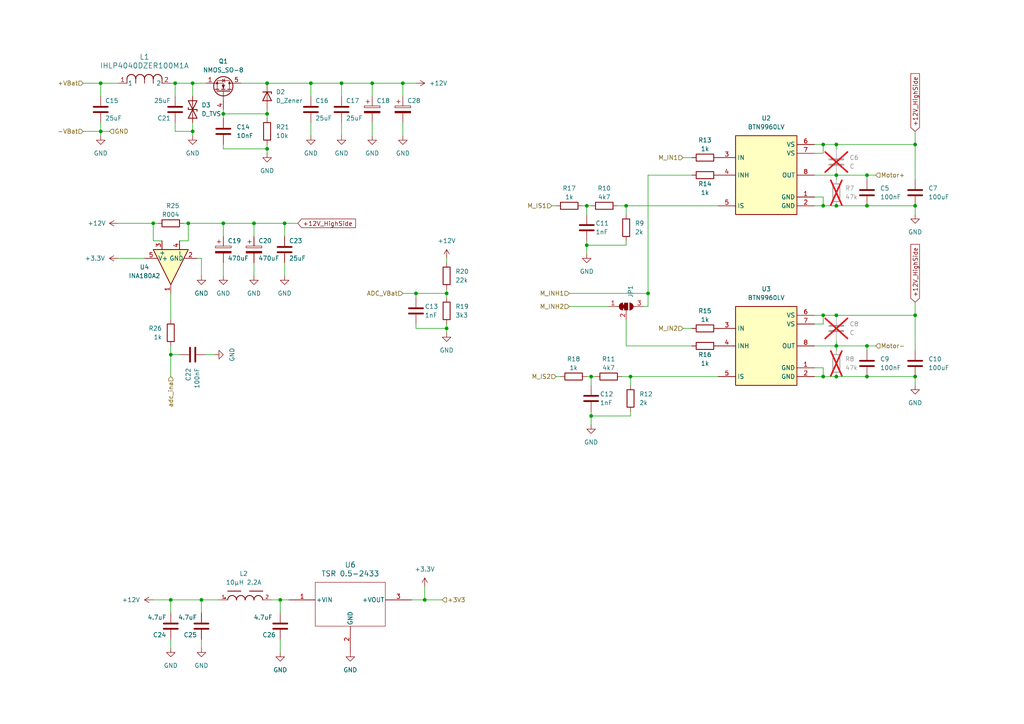
<source format=kicad_sch>
(kicad_sch (version 20230121) (generator eeschema)
  (paper "A4")
  (lib_symbols
    (symbol "Amplifier_Current:INA180A2" (pin_names (offset 0.127))
      (property "Reference" "U" (at 3.81 3.81 0))
      (property "Value" "INA180A2" (at 3.81 -2.54 0))
      (symbol "INA180A2_0_1"
        (polyline (pts (xy 5.08 0) (xy -5.08 5.08) (xy -5.08 -5.08) (xy 5.08 0)) (stroke (width 0.254)) (fill (type background)))
      )
      (symbol "INA180A2_1_1"
        (pin output line (at 7.62 0 180) (length 2.54) (name "~") (number "1"))
        (pin power_in line (at -2.54 -7.62 90) (length 3.81) (name "GND") (number "2"))
        (pin input line (at -7.62 2.54 0) (length 2.54) (name "+") (number "3"))
        (pin input line (at -7.62 -2.54 0) (length 2.54) (name "-") (number "4"))
        (pin power_in line (at -2.54 7.62 270) (length 3.81) (name "V+") (number "5"))
      )
    )
    (symbol "BTN9960LV_1_1"
      (property "Reference" "U?" (at 0 0 0))
      (property "Value" "BTN9960LV" (at 0 -25.4 0))
      (symbol "BTN9960LV_1_1_1_0"
        (rectangle (start 17.78 0) (end 0 -22.86) (stroke (width 0.254)) (fill (type background)))
        (pin power_in line (at 22.86 -17.78 180) (length 5.08) (name "GND") (number "1"))
        (pin power_in line (at 22.86 -20.32 180) (length 5.08) (name "GND") (number "2"))
        (pin input line (at -5.08 -6.35 0) (length 5.08) (name "IN") (number "3"))
        (pin input line (at -5.08 -11.43 0) (length 5.08) (name "INH") (number "4"))
        (pin output line (at -5.08 -20.32 0) (length 5.08) (name "IS") (number "5"))
        (pin power_in line (at 22.86 -2.54 180) (length 5.08) (name "VS") (number "6"))
        (pin power_in line (at 22.86 -5.08 180) (length 5.08) (name "VS") (number "7"))
        (pin output line (at 22.86 -11.43 180) (length 5.08) (name "OUT") (number "8"))
      )
    )
    (symbol "BugWiper_Lib:BTN9960LV_1"
      (property "Reference" "U?" (at 0 0 0))
      (property "Value" "BTN9960LV" (at 0 -25.4 0))
      (symbol "BTN9960LV_1_1_0"
        (rectangle (start 17.78 0) (end 0 -22.86) (stroke (width 0.254)) (fill (type background)))
        (pin power_in line (at 22.86 -17.78 180) (length 5.08) (name "GND") (number "1"))
        (pin power_in line (at 22.86 -20.32 180) (length 5.08) (name "GND") (number "2"))
        (pin input line (at -5.08 -6.35 0) (length 5.08) (name "IN") (number "3"))
        (pin input line (at -5.08 -11.43 0) (length 5.08) (name "INH") (number "4"))
        (pin output line (at -5.08 -20.32 0) (length 5.08) (name "IS") (number "5"))
        (pin power_in line (at 22.86 -2.54 180) (length 5.08) (name "VS") (number "6"))
        (pin power_in line (at 22.86 -5.08 180) (length 5.08) (name "VS") (number "7"))
        (pin output line (at 22.86 -11.43 180) (length 5.08) (name "OUT") (number "8"))
      )
    )
    (symbol "BugWiper_Lib:IHLP4040DZER100M1A" (pin_names (offset 0.254))
      (property "Reference" "L" (at 6.985 5.08 0))
      (property "Value" "IHLP4040DZER100M1A" (at 6.985 -2.54 0))
      (symbol "IHLP4040DZER100M1A_1_1"
        (polyline (pts (xy 2.54 0) (xy 2.54 1.27)) (stroke (width 0.2032)))
        (polyline (pts (xy 5.08 0) (xy 5.08 1.27)) (stroke (width 0.2032)))
        (polyline (pts (xy 7.62 0) (xy 7.62 1.27)) (stroke (width 0.2032)))
        (polyline (pts (xy 10.16 0) (xy 10.16 1.27)) (stroke (width 0.2032)))
        (polyline (pts (xy 12.7 0) (xy 12.7 1.27)) (stroke (width 0.2032)))
        (arc (start 5.08 1.27) (mid 3.81 2.5345) (end 2.54 1.27) (stroke (width 0.254)))
        (arc (start 7.62 1.27) (mid 6.35 2.5345) (end 5.08 1.27) (stroke (width 0.254)))
        (arc (start 10.16 1.27) (mid 8.89 2.5345) (end 7.62 1.27) (stroke (width 0.254)))
        (arc (start 12.7 1.27) (mid 11.43 2.5345) (end 10.16 1.27) (stroke (width 0.254)))
        (pin unspecified line (at 15.24 0 180) (length 2.54) (name "1") (number "1"))
        (pin unspecified line (at 0 0 0) (length 2.54) (name "2") (number "2"))
      )
      (symbol "IHLP4040DZER100M1A_1_2"
        (arc (start -1.27 5.08) (mid -2.5345 3.81) (end -1.27 2.54) (stroke (width 0.254)))
        (arc (start -1.27 7.62) (mid -2.5345 6.35) (end -1.27 5.08) (stroke (width 0.254)))
        (arc (start -1.27 10.16) (mid -2.5345 8.89) (end -1.27 7.62) (stroke (width 0.254)))
        (arc (start -1.27 12.7) (mid -2.5345 11.43) (end -1.27 10.16) (stroke (width 0.254)))
        (polyline (pts (xy 0 2.54) (xy -1.27 2.54)) (stroke (width 0.2032)))
        (polyline (pts (xy 0 5.08) (xy -1.27 5.08)) (stroke (width 0.2032)))
        (polyline (pts (xy 0 7.62) (xy -1.27 7.62)) (stroke (width 0.2032)))
        (polyline (pts (xy 0 10.16) (xy -1.27 10.16)) (stroke (width 0.2032)))
        (polyline (pts (xy 0 12.7) (xy -1.27 12.7)) (stroke (width 0.2032)))
        (pin unspecified line (at 0 15.24 270) (length 2.54) (name "1") (number "1"))
        (pin unspecified line (at 0 0 90) (length 2.54) (name "2") (number "2"))
      )
    )
    (symbol "BugWiper_Lib:NMOS_SO-8" (pin_names (offset 0) hide)
      (property "Reference" "Q" (at 5.08 1.27 0))
      (property "Value" "NMOS_SO-8" (at 5.08 -1.27 0))
      (symbol "NMOS_SO-8_0_1"
        (polyline (pts (xy 0.254 0) (xy -2.54 0)))
        (polyline (pts (xy 0.254 1.905) (xy 0.254 -1.905)) (stroke (width 0.254)))
        (polyline (pts (xy 0.762 -1.27) (xy 0.762 -2.286)) (stroke (width 0.254)))
        (polyline (pts (xy 0.762 0.508) (xy 0.762 -0.508)) (stroke (width 0.254)))
        (polyline (pts (xy 0.762 2.286) (xy 0.762 1.27)) (stroke (width 0.254)))
        (polyline (pts (xy 2.54 2.54) (xy 2.54 1.778)))
        (polyline (pts (xy 2.54 -2.54) (xy 2.54 0) (xy 0.762 0)))
        (polyline (pts (xy 0.762 -1.778) (xy 3.302 -1.778) (xy 3.302 1.778) (xy 0.762 1.778)))
        (polyline (pts (xy 1.016 0) (xy 2.032 0.381) (xy 2.032 -0.381) (xy 1.016 0)) (fill (type outline)))
        (polyline (pts (xy 2.794 0.508) (xy 2.921 0.381) (xy 3.683 0.381) (xy 3.81 0.254)))
        (polyline (pts (xy 3.302 0.381) (xy 2.921 -0.254) (xy 3.683 -0.254) (xy 3.302 0.381)))
        (circle (center 1.651 0) (radius 2.794) (stroke (width 0.254)))
        (circle (center 2.54 -1.778) (radius 0.254) (fill (type outline)))
        (circle (center 2.54 1.778) (radius 0.254) (fill (type outline)))
      )
      (symbol "NMOS_SO-8_1_1"
        (pin passive line (at 2.54 -5.08 90) (length 2.54) (name "S") (number "1"))
        (pin passive line (at 2.54 -5.08 90) (length 2.54) hide (name "S") (number "2"))
        (pin passive line (at 2.54 -5.08 90) (length 2.54) hide (name "S") (number "3"))
        (pin input line (at -5.08 0 0) (length 2.54) (name "G") (number "4"))
        (pin passive line (at 2.54 5.08 270) (length 2.54) (name "D") (number "5"))
      )
    )
    (symbol "BugWiper_Lib:TSR_0.5-2433" (pin_names (offset 0.254))
      (property "Reference" "U" (at 20.32 10.16 0))
      (property "Value" "TSR 0.5-2433" (at 20.32 7.62 0))
      (symbol "TSR_0.5-2433_0_1"
        (polyline (pts (xy 10.16 -7.62) (xy 30.48 -7.62)) (stroke (width 0.127)))
        (polyline (pts (xy 10.16 5.08) (xy 10.16 -7.62)) (stroke (width 0.127)))
        (polyline (pts (xy 30.48 -7.62) (xy 30.48 5.08)) (stroke (width 0.127)))
        (polyline (pts (xy 30.48 5.08) (xy 10.16 5.08)) (stroke (width 0.127)))
        (pin power_in line (at 2.54 0 0) (length 7.62) (name "+VIN") (number "1"))
        (pin power_out line (at 20.32 -15.24 90) (length 7.62) (name "GND") (number "2"))
        (pin power_in line (at 38.1 0 180) (length 7.62) (name "+VOUT") (number "3"))
      )
    )
    (symbol "BugWiper_Lib:WE-PD2_5848" (pin_names (offset 1.016))
      (property "Reference" "L" (at 0 3.81 0))
      (property "Value" "WE-PD2_5848" (at 0 -2.54 0))
      (symbol "WE-PD2_5848_0_0"
        (circle (center -5.842 0.508) (radius 0.127) (stroke (width 0.254)))
        (arc (start -2.54 0) (mid -3.81 1.2645) (end -5.08 0) (stroke (width 0.254)))
        (arc (start 0 0) (mid -1.27 1.2645) (end -2.54 0) (stroke (width 0.254)))
        (polyline (pts (xy -1.27 2.54) (xy -5.08 2.54)) (stroke (width 0.254)))
        (polyline (pts (xy 5.08 2.54) (xy 1.27 2.54)) (stroke (width 0.254)))
        (arc (start 2.54 0) (mid 1.27 1.2645) (end 0 0) (stroke (width 0.254)))
        (arc (start 5.08 0) (mid 3.81 1.2645) (end 2.54 0) (stroke (width 0.254)))
        (pin passive line (at -7.62 0 0) (length 2.54) (name "~") (number "1"))
        (pin passive line (at 7.62 0 180) (length 2.54) (name "~") (number "2"))
      )
    )
    (symbol "Device:C" (pin_numbers hide) (pin_names (offset 0.254))
      (property "Reference" "C" (at 0.635 2.54 0))
      (property "Value" "C" (at 0.635 -2.54 0))
      (symbol "C_0_1"
        (polyline (pts (xy -2.032 -0.762) (xy 2.032 -0.762)) (stroke (width 0.508)))
        (polyline (pts (xy -2.032 0.762) (xy 2.032 0.762)) (stroke (width 0.508)))
      )
      (symbol "C_1_1"
        (pin passive line (at 0 3.81 270) (length 2.794) (name "~") (number "1"))
        (pin passive line (at 0 -3.81 90) (length 2.794) (name "~") (number "2"))
      )
    )
    (symbol "Device:C_Polarized" (pin_numbers hide) (pin_names (offset 0.254))
      (property "Reference" "C" (at 0.635 2.54 0))
      (property "Value" "C_Polarized" (at 0.635 -2.54 0))
      (symbol "C_Polarized_0_1"
        (rectangle (start -2.286 0.508) (end 2.286 1.016))
        (polyline (pts (xy -1.778 2.286) (xy -0.762 2.286)))
        (polyline (pts (xy -1.27 2.794) (xy -1.27 1.778)))
        (rectangle (start 2.286 -0.508) (end -2.286 -1.016) (fill (type outline)))
      )
      (symbol "C_Polarized_1_1"
        (pin passive line (at 0 3.81 270) (length 2.794) (name "~") (number "1"))
        (pin passive line (at 0 -3.81 90) (length 2.794) (name "~") (number "2"))
      )
    )
    (symbol "Device:D_TVS" (pin_numbers hide) (pin_names (offset 1.016) hide)
      (property "Reference" "D" (at 0 2.54 0))
      (property "Value" "D_TVS" (at 0 -2.54 0))
      (symbol "D_TVS_0_1"
        (polyline (pts (xy 1.27 0) (xy -1.27 0)))
        (polyline (pts (xy 0.508 1.27) (xy 0 1.27) (xy 0 -1.27) (xy -0.508 -1.27)) (stroke (width 0.254)))
        (polyline (pts (xy -2.54 1.27) (xy -2.54 -1.27) (xy 2.54 1.27) (xy 2.54 -1.27) (xy -2.54 1.27)) (stroke (width 0.254)))
      )
      (symbol "D_TVS_1_1"
        (pin passive line (at -3.81 0 0) (length 2.54) (name "A1") (number "1"))
        (pin passive line (at 3.81 0 180) (length 2.54) (name "A2") (number "2"))
      )
    )
    (symbol "Device:D_Zener" (pin_numbers hide) (pin_names (offset 1.016) hide)
      (property "Reference" "D" (at 0 2.54 0))
      (property "Value" "D_Zener" (at 0 -2.54 0))
      (symbol "D_Zener_0_1"
        (polyline (pts (xy 1.27 0) (xy -1.27 0)))
        (polyline (pts (xy -1.27 -1.27) (xy -1.27 1.27) (xy -0.762 1.27)) (stroke (width 0.254)))
        (polyline (pts (xy 1.27 -1.27) (xy 1.27 1.27) (xy -1.27 0) (xy 1.27 -1.27)) (stroke (width 0.254)))
      )
      (symbol "D_Zener_1_1"
        (pin passive line (at -3.81 0 0) (length 2.54) (name "K") (number "1"))
        (pin passive line (at 3.81 0 180) (length 2.54) (name "A") (number "2"))
      )
    )
    (symbol "Device:R" (pin_numbers hide) (pin_names (offset 0))
      (property "Reference" "R" (at 2.032 0 90))
      (property "Value" "R" (at 0 0 90))
      (symbol "R_0_1"
        (rectangle (start -1.016 -2.54) (end 1.016 2.54) (stroke (width 0.254)))
      )
      (symbol "R_1_1"
        (pin passive line (at 0 3.81 270) (length 1.27) (name "~") (number "1"))
        (pin passive line (at 0 -3.81 90) (length 1.27) (name "~") (number "2"))
      )
    )
    (symbol "Jumper:SolderJumper_3_Bridged12" (pin_names (offset 0) hide)
      (property "Reference" "JP" (at -2.54 -2.54 0))
      (property "Value" "SolderJumper_3_Bridged12" (at 0 2.794 0))
      (symbol "SolderJumper_3_Bridged12_0_1"
        (rectangle (start -1.016 0.508) (end -0.508 -0.508) (fill (type outline)))
        (arc (start -1.016 1.016) (mid -2.0276 0) (end -1.016 -1.016))
        (arc (start -1.016 1.016) (mid -2.0276 0) (end -1.016 -1.016) (fill (type outline)))
        (rectangle (start -0.508 1.016) (end 0.508 -1.016) (fill (type outline)))
        (polyline (pts (xy -2.54 0) (xy -2.032 0)))
        (polyline (pts (xy -1.016 1.016) (xy -1.016 -1.016)))
        (polyline (pts (xy 0 -1.27) (xy 0 -1.016)))
        (polyline (pts (xy 1.016 1.016) (xy 1.016 -1.016)))
        (polyline (pts (xy 2.54 0) (xy 2.032 0)))
        (arc (start 1.016 -1.016) (mid 2.0276 0) (end 1.016 1.016))
        (arc (start 1.016 -1.016) (mid 2.0276 0) (end 1.016 1.016) (fill (type outline)))
      )
      (symbol "SolderJumper_3_Bridged12_1_1"
        (pin passive line (at -5.08 0 0) (length 2.54) (name "A") (number "1"))
        (pin passive line (at 0 -3.81 90) (length 2.54) (name "C") (number "2"))
        (pin passive line (at 5.08 0 180) (length 2.54) (name "B") (number "3"))
      )
    )
    (symbol "power:+12V" (power) (pin_names (offset 0))
      (property "Value" "+12V" (at 0 3.556 0))
      (symbol "+12V_0_1"
        (polyline (pts (xy -0.762 1.27) (xy 0 2.54)))
        (polyline (pts (xy 0 0) (xy 0 2.54)))
        (polyline (pts (xy 0 2.54) (xy 0.762 1.27)))
      )
      (symbol "+12V_1_1"
        (pin power_in line (at 0 0 90) (length 0) hide (name "+12V") (number "1"))
      )
    )
    (symbol "power:+3.3V" (power) (pin_names (offset 0))
      (property "Value" "+3.3V" (at 0 3.556 0))
      (symbol "+3.3V_0_1"
        (polyline (pts (xy -0.762 1.27) (xy 0 2.54)))
        (polyline (pts (xy 0 0) (xy 0 2.54)))
        (polyline (pts (xy 0 2.54) (xy 0.762 1.27)))
      )
      (symbol "+3.3V_1_1"
        (pin power_in line (at 0 0 90) (length 0) hide (name "+3.3V") (number "1"))
      )
    )
    (symbol "power:GND" (power) (pin_names (offset 0))
      (property "Value" "GND" (at 0 -3.81 0))
      (symbol "GND_0_1"
        (polyline (pts (xy 0 0) (xy 0 -1.27) (xy 1.27 -1.27) (xy 0 -2.54) (xy -1.27 -1.27) (xy 0 -1.27)))
      )
      (symbol "GND_1_1"
        (pin power_in line (at 0 0 270) (length 0) hide (name "GND") (number "1"))
      )
    )
  )
  (junction (at 242.57 50.8))
  (junction (at 64.77 33.02))
  (junction (at 49.53 102.87))
  (junction (at 238.76 59.69))
  (junction (at 129.54 85.09))
  (junction (at 90.17 24.13))
  (junction (at 29.21 24.13))
  (junction (at 251.46 100.33))
  (junction (at 242.57 41.91))
  (junction (at 170.18 59.69))
  (junction (at 251.46 109.22))
  (junction (at 49.53 173.99))
  (junction (at 171.45 120.65))
  (junction (at 58.42 173.99))
  (junction (at 171.45 109.22))
  (junction (at 182.88 109.22))
  (junction (at 242.57 91.44))
  (junction (at 238.76 41.91))
  (junction (at 55.88 24.13))
  (junction (at 265.43 59.69))
  (junction (at 73.66 64.77))
  (junction (at 238.76 91.44))
  (junction (at 29.21 38.1))
  (junction (at 242.57 109.22))
  (junction (at 50.8 24.13))
  (junction (at 265.43 91.44))
  (junction (at 81.28 173.99))
  (junction (at 116.84 24.13))
  (junction (at 251.46 59.69))
  (junction (at 64.77 64.77))
  (junction (at 55.88 38.1))
  (junction (at 187.96 85.09))
  (junction (at 107.95 24.13))
  (junction (at 77.47 33.02))
  (junction (at 99.06 24.13))
  (junction (at 77.47 43.18))
  (junction (at 181.61 59.69))
  (junction (at 265.43 41.91))
  (junction (at 129.54 95.25))
  (junction (at 170.18 71.12))
  (junction (at 251.46 50.8))
  (junction (at 77.47 24.13))
  (junction (at 242.57 100.33))
  (junction (at 242.57 59.69))
  (junction (at 120.65 85.09))
  (junction (at 44.45 64.77))
  (junction (at 54.61 64.77))
  (junction (at 265.43 109.22))
  (junction (at 82.55 64.77))
  (junction (at 123.19 173.99))
  (junction (at 238.76 109.22))
  (wire (pts (xy 73.66 64.77) (xy 82.55 64.77)))
  (wire (pts (xy 44.45 64.77) (xy 45.72 64.77)))
  (wire (pts (xy 44.45 69.85) (xy 46.99 69.85)))
  (wire (pts (xy 181.61 59.69) (xy 208.28 59.69)))
  (wire (pts (xy 50.8 38.1) (xy 55.88 38.1)))
  (wire (pts (xy 123.19 173.99) (xy 128.27 173.99)))
  (wire (pts (xy 59.69 102.87) (xy 62.23 102.87)))
  (wire (pts (xy 81.28 173.99) (xy 81.28 177.8)))
  (wire (pts (xy 242.57 109.22) (xy 251.46 109.22)))
  (wire (pts (xy 236.22 106.68) (xy 238.76 106.68)))
  (wire (pts (xy 29.21 24.13) (xy 29.21 27.94)))
  (wire (pts (xy 58.42 173.99) (xy 49.53 173.99)))
  (wire (pts (xy 64.77 43.18) (xy 77.47 43.18)))
  (wire (pts (xy 242.57 100.33) (xy 251.46 100.33)))
  (wire (pts (xy 64.77 33.02) (xy 64.77 34.29)))
  (wire (pts (xy 107.95 24.13) (xy 116.84 24.13)))
  (wire (pts (xy 236.22 57.15) (xy 238.76 57.15)))
  (wire (pts (xy 265.43 38.1) (xy 265.43 41.91)))
  (wire (pts (xy 161.29 109.22) (xy 162.56 109.22)))
  (wire (pts (xy 34.29 64.77) (xy 44.45 64.77)))
  (wire (pts (xy 49.53 173.99) (xy 49.53 177.8)))
  (wire (pts (xy 82.55 76.2) (xy 82.55 80.01)))
  (wire (pts (xy 165.1 88.9) (xy 176.53 88.9)))
  (wire (pts (xy 82.55 64.77) (xy 86.36 64.77)))
  (wire (pts (xy 29.21 38.1) (xy 29.21 39.37)))
  (wire (pts (xy 119.38 173.99) (xy 123.19 173.99)))
  (wire (pts (xy 64.77 33.02) (xy 77.47 33.02)))
  (wire (pts (xy 181.61 71.12) (xy 170.18 71.12)))
  (wire (pts (xy 181.61 100.33) (xy 200.66 100.33)))
  (wire (pts (xy 73.66 68.58) (xy 73.66 64.77)))
  (wire (pts (xy 251.46 50.8) (xy 254 50.8)))
  (wire (pts (xy 24.13 38.1) (xy 29.21 38.1)))
  (wire (pts (xy 251.46 59.69) (xy 265.43 59.69)))
  (wire (pts (xy 55.88 24.13) (xy 55.88 27.94)))
  (wire (pts (xy 170.18 109.22) (xy 171.45 109.22)))
  (wire (pts (xy 236.22 109.22) (xy 238.76 109.22)))
  (wire (pts (xy 251.46 109.22) (xy 265.43 109.22)))
  (wire (pts (xy 49.53 85.09) (xy 49.53 92.71)))
  (wire (pts (xy 236.22 44.45) (xy 238.76 44.45)))
  (wire (pts (xy 54.61 64.77) (xy 64.77 64.77)))
  (wire (pts (xy 251.46 101.6) (xy 251.46 100.33)))
  (wire (pts (xy 181.61 100.33) (xy 181.61 92.71)))
  (wire (pts (xy 182.88 109.22) (xy 208.28 109.22)))
  (wire (pts (xy 99.06 35.56) (xy 99.06 39.37)))
  (wire (pts (xy 129.54 85.09) (xy 129.54 86.36)))
  (wire (pts (xy 64.77 43.18) (xy 64.77 41.91)))
  (wire (pts (xy 242.57 41.91) (xy 265.43 41.91)))
  (wire (pts (xy 129.54 95.25) (xy 129.54 96.52)))
  (wire (pts (xy 58.42 74.93) (xy 57.15 74.93)))
  (wire (pts (xy 180.34 109.22) (xy 182.88 109.22)))
  (wire (pts (xy 170.18 59.69) (xy 171.45 59.69)))
  (wire (pts (xy 242.57 43.18) (xy 242.57 41.91)))
  (wire (pts (xy 242.57 100.33) (xy 242.57 101.6)))
  (wire (pts (xy 170.18 69.85) (xy 170.18 71.12)))
  (wire (pts (xy 78.74 173.99) (xy 81.28 173.99)))
  (wire (pts (xy 236.22 59.69) (xy 238.76 59.69)))
  (wire (pts (xy 77.47 41.91) (xy 77.47 43.18)))
  (wire (pts (xy 251.46 50.8) (xy 251.46 52.07)))
  (wire (pts (xy 116.84 24.13) (xy 116.84 27.94)))
  (wire (pts (xy 170.18 62.23) (xy 170.18 59.69)))
  (wire (pts (xy 242.57 91.44) (xy 238.76 91.44)))
  (wire (pts (xy 198.12 45.72) (xy 200.66 45.72)))
  (wire (pts (xy 55.88 38.1) (xy 55.88 39.37)))
  (wire (pts (xy 64.77 68.58) (xy 64.77 64.77)))
  (wire (pts (xy 182.88 120.65) (xy 171.45 120.65)))
  (wire (pts (xy 77.47 24.13) (xy 90.17 24.13)))
  (wire (pts (xy 82.55 64.77) (xy 82.55 68.58)))
  (wire (pts (xy 107.95 27.94) (xy 107.95 24.13)))
  (wire (pts (xy 242.57 99.06) (xy 242.57 100.33)))
  (wire (pts (xy 81.28 185.42) (xy 81.28 189.23)))
  (wire (pts (xy 53.34 64.77) (xy 54.61 64.77)))
  (wire (pts (xy 238.76 91.44) (xy 236.22 91.44)))
  (wire (pts (xy 129.54 85.09) (xy 120.65 85.09)))
  (wire (pts (xy 49.53 102.87) (xy 49.53 109.22)))
  (wire (pts (xy 187.96 50.8) (xy 200.66 50.8)))
  (wire (pts (xy 251.46 100.33) (xy 254 100.33)))
  (wire (pts (xy 171.45 111.76) (xy 171.45 109.22)))
  (wire (pts (xy 99.06 24.13) (xy 99.06 27.94)))
  (wire (pts (xy 52.07 102.87) (xy 49.53 102.87)))
  (wire (pts (xy 238.76 93.98) (xy 238.76 91.44)))
  (wire (pts (xy 265.43 101.6) (xy 265.43 91.44)))
  (wire (pts (xy 90.17 35.56) (xy 90.17 39.37)))
  (wire (pts (xy 265.43 41.91) (xy 265.43 52.07)))
  (wire (pts (xy 63.5 173.99) (xy 58.42 173.99)))
  (wire (pts (xy 198.12 95.25) (xy 200.66 95.25)))
  (wire (pts (xy 171.45 109.22) (xy 172.72 109.22)))
  (wire (pts (xy 265.43 109.22) (xy 265.43 111.76)))
  (wire (pts (xy 73.66 76.2) (xy 73.66 80.01)))
  (wire (pts (xy 236.22 100.33) (xy 242.57 100.33)))
  (wire (pts (xy 179.07 59.69) (xy 181.61 59.69)))
  (wire (pts (xy 50.8 24.13) (xy 49.53 24.13)))
  (wire (pts (xy 129.54 74.93) (xy 129.54 76.2)))
  (wire (pts (xy 50.8 35.56) (xy 50.8 38.1)))
  (wire (pts (xy 34.29 74.93) (xy 41.91 74.93)))
  (wire (pts (xy 29.21 24.13) (xy 34.29 24.13)))
  (wire (pts (xy 116.84 24.13) (xy 120.65 24.13)))
  (wire (pts (xy 49.53 185.42) (xy 49.53 187.96)))
  (wire (pts (xy 182.88 111.76) (xy 182.88 109.22)))
  (wire (pts (xy 238.76 106.68) (xy 238.76 109.22)))
  (wire (pts (xy 58.42 173.99) (xy 58.42 177.8)))
  (wire (pts (xy 55.88 24.13) (xy 59.69 24.13)))
  (wire (pts (xy 24.13 24.13) (xy 29.21 24.13)))
  (wire (pts (xy 50.8 24.13) (xy 55.88 24.13)))
  (wire (pts (xy 171.45 119.38) (xy 171.45 120.65)))
  (wire (pts (xy 129.54 93.98) (xy 129.54 95.25)))
  (wire (pts (xy 242.57 41.91) (xy 238.76 41.91)))
  (wire (pts (xy 52.07 69.85) (xy 54.61 69.85)))
  (wire (pts (xy 170.18 71.12) (xy 170.18 73.66)))
  (wire (pts (xy 265.43 59.69) (xy 265.43 62.23)))
  (wire (pts (xy 90.17 24.13) (xy 90.17 27.94)))
  (wire (pts (xy 64.77 64.77) (xy 73.66 64.77)))
  (wire (pts (xy 69.85 24.13) (xy 77.47 24.13)))
  (wire (pts (xy 129.54 83.82) (xy 129.54 85.09)))
  (wire (pts (xy 236.22 50.8) (xy 242.57 50.8)))
  (wire (pts (xy 242.57 50.8) (xy 242.57 52.07)))
  (wire (pts (xy 182.88 119.38) (xy 182.88 120.65)))
  (wire (pts (xy 58.42 185.42) (xy 58.42 187.96)))
  (wire (pts (xy 120.65 93.98) (xy 120.65 95.25)))
  (wire (pts (xy 242.57 91.44) (xy 265.43 91.44)))
  (wire (pts (xy 242.57 50.8) (xy 251.46 50.8)))
  (wire (pts (xy 55.88 35.56) (xy 55.88 38.1)))
  (wire (pts (xy 29.21 35.56) (xy 29.21 38.1)))
  (wire (pts (xy 120.65 95.25) (xy 129.54 95.25)))
  (wire (pts (xy 238.76 41.91) (xy 236.22 41.91)))
  (wire (pts (xy 187.96 85.09) (xy 187.96 88.9)))
  (wire (pts (xy 49.53 102.87) (xy 49.53 100.33)))
  (wire (pts (xy 77.47 44.45) (xy 77.47 43.18)))
  (wire (pts (xy 171.45 120.65) (xy 171.45 123.19)))
  (wire (pts (xy 58.42 80.01) (xy 58.42 74.93)))
  (wire (pts (xy 238.76 109.22) (xy 242.57 109.22)))
  (wire (pts (xy 44.45 173.99) (xy 49.53 173.99)))
  (wire (pts (xy 265.43 87.63) (xy 265.43 91.44)))
  (wire (pts (xy 187.96 88.9) (xy 186.69 88.9)))
  (wire (pts (xy 238.76 57.15) (xy 238.76 59.69)))
  (wire (pts (xy 181.61 62.23) (xy 181.61 59.69)))
  (wire (pts (xy 123.19 170.18) (xy 123.19 173.99)))
  (wire (pts (xy 242.57 59.69) (xy 251.46 59.69)))
  (wire (pts (xy 181.61 69.85) (xy 181.61 71.12)))
  (wire (pts (xy 238.76 59.69) (xy 242.57 59.69)))
  (wire (pts (xy 238.76 41.91) (xy 238.76 44.45)))
  (wire (pts (xy 44.45 69.85) (xy 44.45 64.77)))
  (wire (pts (xy 81.28 173.99) (xy 83.82 173.99)))
  (wire (pts (xy 99.06 24.13) (xy 107.95 24.13)))
  (wire (pts (xy 50.8 24.13) (xy 50.8 27.94)))
  (wire (pts (xy 64.77 31.75) (xy 64.77 33.02)))
  (wire (pts (xy 160.02 59.69) (xy 161.29 59.69)))
  (wire (pts (xy 107.95 35.56) (xy 107.95 39.37)))
  (wire (pts (xy 54.61 69.85) (xy 54.61 64.77)))
  (wire (pts (xy 116.84 85.09) (xy 120.65 85.09)))
  (wire (pts (xy 77.47 33.02) (xy 77.47 34.29)))
  (wire (pts (xy 29.21 38.1) (xy 31.75 38.1)))
  (wire (pts (xy 187.96 50.8) (xy 187.96 85.09)))
  (wire (pts (xy 165.1 85.09) (xy 187.96 85.09)))
  (wire (pts (xy 90.17 24.13) (xy 99.06 24.13)))
  (wire (pts (xy 64.77 76.2) (xy 64.77 80.01)))
  (wire (pts (xy 168.91 59.69) (xy 170.18 59.69)))
  (wire (pts (xy 116.84 35.56) (xy 116.84 39.37)))
  (wire (pts (xy 120.65 85.09) (xy 120.65 86.36)))
  (wire (pts (xy 236.22 93.98) (xy 238.76 93.98)))
  (wire (pts (xy 77.47 31.75) (xy 77.47 33.02)))
  (global_label "+12V_HighSide" (shape input) (at 265.43 87.63 90) (property "Intersheetrefs" "${INTERSHEET_REFS}" (effects hide)))
  (global_label "+12V_HighSide" (shape input) (at 86.36 64.77 0) (property "Intersheetrefs" "${INTERSHEET_REFS}" (effects hide)))
  (global_label "+12V_HighSide" (shape input) (at 265.43 38.1 90) (property "Intersheetrefs" "${INTERSHEET_REFS}" (effects hide)))
  (hierarchical_label "M_INH2" (shape input) (at 165.1 88.9 180))
  (hierarchical_label "adc_ina" (shape input) (at 49.53 109.22 270))
  (hierarchical_label "ADC_VBat" (shape input) (at 116.84 85.09 180))
  (hierarchical_label "M_INH1" (shape input) (at 165.1 85.09 180))
  (hierarchical_label "GND" (shape input) (at 31.75 38.1 0))
  (hierarchical_label "M_IS1" (shape input) (at 160.02 59.69 180))
  (hierarchical_label "M_IN1" (shape input) (at 198.12 45.72 180))
  (hierarchical_label "Motor+" (shape input) (at 254 50.8 0))
  (hierarchical_label "Motor-" (shape input) (at 254 100.33 0))
  (hierarchical_label "+VBat" (shape input) (at 24.13 24.13 180))
  (hierarchical_label "+3V3" (shape input) (at 128.27 173.99 0))
  (hierarchical_label "M_IN2" (shape input) (at 198.12 95.25 180))
  (hierarchical_label "M_IS2" (shape input) (at 161.29 109.22 180))
  (hierarchical_label "-VBat" (shape input) (at 24.13 38.1 180))
  (symbol (lib_id "Device:R") (at 175.26 59.69 90) (unit 1)
    (property "Reference" "R10" (at 175.26 54.61 90))
    (property "Value" "4k7" (at 175.26 57.15 90))
    (property "Footprint" "Resistor_SMD:R_0603_1608Metric" (effects hide))
  )
  (symbol (lib_id "Device:R") (at 129.54 80.01 0) (unit 1)
    (property "Reference" "R20" (at 132.08 78.74 0) (effects (justify left)))
    (property "Value" "22k" (at 132.08 81.28 0) (effects (justify left)))
    (property "Footprint" "Resistor_SMD:R_0603_1608Metric" (effects hide))
  )
  (symbol (lib_id "Device:C") (at 90.17 31.75 0) (unit 1)
    (property "Reference" "C16" (at 91.44 29.21 0) (effects (justify left)))
    (property "Value" "25uF" (at 91.44 34.29 0) (effects (justify left)))
    (property "Footprint" "Capacitor_SMD:C_1210_3225Metric" (effects hide))
  )
  (symbol (lib_id "Device:C") (at 58.42 181.61 180) (unit 1)
    (property "Reference" "C25" (at 57.15 184.15 0) (effects (justify left)))
    (property "Value" "4.7uF" (at 57.15 179.07 0) (effects (justify left)))
    (property "Footprint" "Capacitor_SMD:C_1206_3216Metric" (effects hide))
  )
  (symbol (lib_id "Device:C") (at 170.18 66.04 0) (unit 1)
    (property "Reference" "C11" (at 172.72 64.77 0) (effects (justify left)))
    (property "Value" "1nF" (at 172.72 67.31 0) (effects (justify left)))
    (property "Footprint" "Capacitor_SMD:C_0603_1608Metric" (effects hide))
  )
  (symbol (lib_id "Device:C") (at 81.28 181.61 180) (unit 1)
    (property "Reference" "C26" (at 80.01 184.15 0) (effects (justify left)))
    (property "Value" "4.7uF " (at 80.01 179.07 0) (effects (justify left)))
    (property "Footprint" "Capacitor_SMD:C_1206_3216Metric" (effects hide))
  )
  (symbol (lib_id "power:GND") (at 62.23 102.87 90) (mirror x) (unit 1)
    (property "Reference" "#PWR031" (effects hide))
    (property "Value" "GND" (at 67.31 102.87 0))
  )
  (symbol (lib_id "power:GND") (at 64.77 80.01 0) (unit 1)
    (property "Reference" "#PWR029" (effects hide))
    (property "Value" "GND" (at 64.77 85.09 0))
  )
  (symbol (lib_id "power:GND") (at 101.6 189.23 0) (unit 1)
    (property "Reference" "#PWR035" (effects hide))
    (property "Value" "GND" (at 101.6 194.31 0))
  )
  (symbol (lib_id "power:GND") (at 129.54 96.52 0) (unit 1)
    (property "Reference" "#PWR021" (effects hide))
    (property "Value" "GND" (at 129.54 101.6 0))
  )
  (symbol (lib_id "Jumper:SolderJumper_3_Bridged12") (at 181.61 88.9 0) (unit 1)
    (property "Reference" "JP1" (at 182.88 86.36 90) (effects (justify left)))
    (property "Value" "SolderJumper_3_Bridged12" (effects hide))
    (property "Footprint" "Jumper:SolderJumper-3_P1.3mm_Open_RoundedPad1.0x1.5mm" (effects hide))
  )
  (symbol (lib_id "power:GND") (at 99.06 39.37 0) (unit 1)
    (property "Reference" "#PWR027" (effects hide))
    (property "Value" "GND" (at 99.06 44.45 0))
  )
  (symbol (lib_id "Device:R") (at 204.47 45.72 90) (unit 1)
    (property "Reference" "R13" (at 204.47 40.64 90))
    (property "Value" "1k" (at 204.47 43.18 90))
    (property "Footprint" "Resistor_SMD:R_0603_1608Metric" (effects hide))
  )
  (symbol (lib_id "Device:R") (at 176.53 109.22 90) (unit 1)
    (property "Reference" "R11" (at 176.53 104.14 90))
    (property "Value" "4k7" (at 176.53 106.68 90))
    (property "Footprint" "Resistor_SMD:R_0603_1608Metric" (effects hide))
  )
  (symbol (lib_id "power:+3.3V") (at 34.29 74.93 90) (unit 1)
    (property "Reference" "#PWR041" (effects hide))
    (property "Value" "+3.3V" (at 30.48 74.93 90) (effects (justify left)))
  )
  (symbol (lib_id "power:GND") (at 77.47 44.45 0) (unit 1)
    (property "Reference" "#PWR023" (effects hide))
    (property "Value" "GND" (at 77.47 49.53 0))
  )
  (symbol (lib_id "power:GND") (at 58.42 80.01 0) (mirror y) (unit 1)
    (property "Reference" "#PWR016" (effects hide))
    (property "Value" "GND" (at 58.42 85.09 0))
  )
  (symbol (lib_id "Device:R") (at 49.53 64.77 90) (unit 1)
    (property "Reference" "R25" (at 52.07 59.69 90) (effects (justify left)))
    (property "Value" "R004" (at 52.07 62.23 90) (effects (justify left)))
    (property "Footprint" "Resistor_SMD:R_1206_3216Metric" (effects hide))
  )
  (symbol (lib_id "Device:C") (at 120.65 90.17 0) (unit 1)
    (property "Reference" "C13" (at 123.19 88.9 0) (effects (justify left)))
    (property "Value" "1nF" (at 123.19 91.44 0) (effects (justify left)))
    (property "Footprint" "Capacitor_SMD:C_0603_1608Metric" (effects hide))
  )
  (symbol (lib_id "Amplifier_Current:INA180A2") (at 49.53 77.47 90) (mirror x) (unit 1)
    (property "Reference" "U4" (at 41.91 77.47 90))
    (property "Value" "INA180A2" (at 41.91 80.01 90))
    (property "Footprint" "Package_TO_SOT_SMD:SOT-23-5" (effects hide))
    (property "Datasheet" "http://www.ti.com/lit/ds/symlink/ina180.pdf" (effects hide))
  )
  (symbol (lib_id "BugWiper_Lib:BTN9960LV_1") (at 213.36 88.9 0) (unit 1)
    (property "Reference" "U3" (at 222.25 83.82 0))
    (property "Value" "BTN9960LV" (at 222.25 86.36 0))
    (property "Footprint" "BugWiper_lib:IFX-PG-HSOF-7-1-V" (effects hide))
  )
  (symbol (lib_id "power:GND") (at 55.88 39.37 0) (unit 1)
    (property "Reference" "#PWR024" (effects hide))
    (property "Value" "GND" (at 55.88 44.45 0))
  )
  (symbol (lib_id "Device:D_Zener") (at 77.47 27.94 270) (unit 1)
    (property "Reference" "D2" (at 80.01 26.67 90) (effects (justify left)))
    (property "Value" "D_Zener" (at 80.01 29.21 90) (effects (justify left)))
  )
  (symbol (lib_id "Device:R") (at 204.47 50.8 90) (unit 1)
    (property "Reference" "R14" (at 204.47 53.34 90))
    (property "Value" "1k" (at 204.47 55.88 90))
    (property "Footprint" "Resistor_SMD:R_0603_1608Metric" (effects hide))
  )
  (symbol (lib_id "Device:R") (at 77.47 38.1 0) (unit 1)
    (property "Reference" "R21" (at 80.01 36.83 0) (effects (justify left)))
    (property "Value" "10k" (at 80.01 39.37 0) (effects (justify left)))
    (property "Footprint" "Resistor_SMD:R_0603_1608Metric" (effects hide))
  )
  (symbol (lib_id "Device:R") (at 129.54 90.17 0) (unit 1)
    (property "Reference" "R19" (at 132.08 88.9 0) (effects (justify left)))
    (property "Value" "3k3" (at 132.08 91.44 0) (effects (justify left)))
    (property "Footprint" "Resistor_SMD:R_0603_1608Metric" (effects hide))
  )
  (symbol (lib_id "Device:C") (at 49.53 181.61 180) (unit 1)
    (property "Reference" "C24" (at 48.26 184.15 0) (effects (justify left)))
    (property "Value" "4.7uF" (at 48.26 179.07 0) (effects (justify left)))
    (property "Footprint" "Capacitor_SMD:C_1206_3216Metric" (effects hide))
  )
  (symbol (lib_id "power:+3.3V") (at 123.19 170.18 0) (unit 1)
    (property "Reference" "#PWR039" (effects hide))
    (property "Value" "+3.3V" (at 123.19 165.1 0))
  )
  (symbol (lib_id "power:GND") (at 82.55 80.01 0) (unit 1)
    (property "Reference" "#PWR032" (effects hide))
    (property "Value" "GND" (at 82.55 85.09 0))
  )
  (symbol (lib_id "power:GND") (at 170.18 73.66 0) (unit 1)
    (property "Reference" "#PWR018" (effects hide))
    (property "Value" "GND" (at 170.18 78.74 0))
  )
  (symbol (lib_id "Device:R") (at 204.47 95.25 90) (unit 1)
    (property "Reference" "R15" (at 204.47 90.17 90))
    (property "Value" "1k" (at 204.47 92.71 90))
    (property "Footprint" "Resistor_SMD:R_0603_1608Metric" (effects hide))
  )
  (symbol (lib_id "Device:C") (at 50.8 31.75 180) (unit 1)
    (property "Reference" "C21" (at 49.53 34.29 0) (effects (justify left)))
    (property "Value" "25uF" (at 49.53 29.21 0) (effects (justify left)))
    (property "Footprint" "Capacitor_SMD:C_1210_3225Metric" (effects hide))
  )
  (symbol (lib_id "Device:R") (at 242.57 55.88 0) (unit 1) (dnp yes)
    (property "Reference" "R7" (at 245.11 54.61 0) (effects (justify left)))
    (property "Value" "47k" (at 245.11 57.15 0) (effects (justify left)))
    (property "Footprint" "Resistor_SMD:R_0603_1608Metric" (effects hide))
  )
  (symbol (lib_id "Device:C_Polarized") (at 64.77 72.39 0) (unit 1)
    (property "Reference" "C19" (at 66.04 69.85 0) (effects (justify left)))
    (property "Value" "470uF" (at 66.04 74.93 0) (effects (justify left)))
    (property "Footprint" "Capacitor_SMD:CP_Elec_8x10.5" (effects hide))
  )
  (symbol (lib_id "Device:C") (at 251.46 55.88 0) (unit 1)
    (property "Reference" "C5" (at 255.27 54.61 0) (effects (justify left)))
    (property "Value" "100nF" (at 255.27 57.15 0) (effects (justify left)))
    (property "Footprint" "Capacitor_SMD:C_0603_1608Metric" (effects hide))
  )
  (symbol (lib_id "Device:D_TVS") (at 55.88 31.75 90) (unit 1)
    (property "Reference" "D3" (at 58.42 30.48 90) (effects (justify right)))
    (property "Value" "D_TVS" (at 58.42 33.02 90) (effects (justify right)))
    (property "Footprint" "Diode_SMD:D_SMB" (effects hide))
  )
  (symbol (lib_id "power:+12V") (at 129.54 74.93 0) (unit 1)
    (property "Reference" "#PWR020" (effects hide))
    (property "Value" "+12V" (at 129.54 69.85 0))
  )
  (symbol (lib_id "Device:R") (at 242.57 105.41 0) (unit 1) (dnp yes)
    (property "Reference" "R8" (at 245.11 104.14 0) (effects (justify left)))
    (property "Value" "47k" (at 245.11 106.68 0) (effects (justify left)))
    (property "Footprint" "Resistor_SMD:R_0603_1608Metric" (effects hide))
  )
  (symbol (lib_id "power:GND") (at 116.84 39.37 0) (unit 1)
    (property "Reference" "#PWR042" (effects hide))
    (property "Value" "GND" (at 116.84 44.45 0))
  )
  (symbol (lib_id "power:+12V") (at 120.65 24.13 270) (unit 1)
    (property "Reference" "#PWR022" (effects hide))
    (property "Value" "+12V" (at 124.46 24.13 90) (effects (justify left)))
  )
  (symbol (lib_id "power:+12V") (at 34.29 64.77 90) (mirror x) (unit 1)
    (property "Reference" "#PWR015" (effects hide))
    (property "Value" "+12V" (at 25.4 64.77 90) (effects (justify right)))
  )
  (symbol (lib_id "Device:C") (at 265.43 105.41 0) (unit 1)
    (property "Reference" "C10" (at 269.24 104.14 0) (effects (justify left)))
    (property "Value" "100uF" (at 269.24 106.68 0) (effects (justify left)))
    (property "Footprint" "Capacitor_SMD:C_1206_3216Metric" (effects hide))
  )
  (symbol (lib_id "power:GND") (at 265.43 62.23 0) (unit 1)
    (property "Reference" "#PWR04" (effects hide))
    (property "Value" "GND" (at 265.43 67.31 0))
  )
  (symbol (lib_id "Device:C_Polarized") (at 107.95 31.75 0) (unit 1)
    (property "Reference" "C18" (at 109.22 29.21 0) (effects (justify left)))
    (property "Value" "470uF" (effects hide))
    (property "Footprint" "Capacitor_SMD:CP_Elec_8x10.5" (effects hide))
  )
  (symbol (lib_id "Device:C") (at 29.21 31.75 0) (unit 1)
    (property "Reference" "C15" (at 30.48 29.21 0) (effects (justify left)))
    (property "Value" "25uF" (at 30.48 34.29 0) (effects (justify left)))
    (property "Footprint" "Capacitor_SMD:C_1210_3225Metric" (effects hide))
  )
  (symbol (lib_id "Device:R") (at 182.88 115.57 0) (unit 1)
    (property "Reference" "R12" (at 185.42 114.3 0) (effects (justify left)))
    (property "Value" "2k" (at 185.42 116.84 0) (effects (justify left)))
    (property "Footprint" "Resistor_SMD:R_0603_1608Metric" (effects hide))
  )
  (symbol (lib_id "Device:C") (at 242.57 95.25 0) (unit 1) (dnp yes)
    (property "Reference" "C8" (at 246.38 93.98 0) (effects (justify left)))
    (property "Value" "C" (at 246.38 96.52 0) (effects (justify left)))
    (property "Footprint" "Capacitor_SMD:C_0603_1608Metric" (effects hide))
  )
  (symbol (lib_id "Device:C_Polarized") (at 73.66 72.39 0) (unit 1)
    (property "Reference" "C20" (at 74.93 69.85 0) (effects (justify left)))
    (property "Value" "470uF" (at 74.93 74.93 0) (effects (justify left)))
    (property "Footprint" "Capacitor_SMD:CP_Elec_8x10.5" (effects hide))
  )
  (symbol (lib_id "BugWiper_Lib:IHLP4040DZER100M1A") (at 49.53 24.13 0) (mirror y) (unit 1)
    (property "Reference" "L1" (at 41.91 16.51 0) (effects (font (size 1.524 1.524))))
    (property "Value" "IHLP4040DZER100M1A" (at 41.91 19.05 0) (effects (font (size 1.524 1.524))))
    (property "Footprint" "BugWiper_lib:IND_IHLP-4040DZ_VIS" (effects hide))
    (property "Datasheet" "IHLP4040DZER100M1A" (effects hide))
  )
  (symbol (lib_id "Device:C") (at 82.55 72.39 0) (unit 1)
    (property "Reference" "C23" (at 83.82 69.85 0) (effects (justify left)))
    (property "Value" "25uF" (at 83.82 74.93 0) (effects (justify left)))
    (property "Footprint" "Capacitor_SMD:C_1210_3225Metric" (effects hide))
  )
  (symbol (lib_id "Device:C_Polarized") (at 116.84 31.75 0) (unit 1)
    (property "Reference" "C28" (at 118.11 29.21 0) (effects (justify left)))
    (property "Value" "470uF" (effects hide))
    (property "Footprint" "Capacitor_SMD:CP_Elec_8x10.5" (effects hide))
  )
  (symbol (lib_id "Device:C") (at 171.45 115.57 0) (unit 1)
    (property "Reference" "C12" (at 173.99 114.3 0) (effects (justify left)))
    (property "Value" "1nF" (at 173.99 116.84 0) (effects (justify left)))
    (property "Footprint" "Capacitor_SMD:C_0603_1608Metric" (effects hide))
  )
  (symbol (lib_id "Device:R") (at 204.47 100.33 90) (unit 1)
    (property "Reference" "R16" (at 204.47 102.87 90))
    (property "Value" "1k" (at 204.47 105.41 90))
    (property "Footprint" "Resistor_SMD:R_0603_1608Metric" (effects hide))
  )
  (symbol (lib_id "power:GND") (at 73.66 80.01 0) (unit 1)
    (property "Reference" "#PWR030" (effects hide))
    (property "Value" "GND" (at 73.66 85.09 0))
  )
  (symbol (lib_id "power:GND") (at 49.53 187.96 0) (unit 1)
    (property "Reference" "#PWR038" (effects hide))
    (property "Value" "GND" (at 49.53 193.04 0))
  )
  (symbol (lib_id "Device:R") (at 165.1 59.69 90) (unit 1)
    (property "Reference" "R17" (at 165.1 54.61 90))
    (property "Value" "1k" (at 165.1 57.15 90))
    (property "Footprint" "Resistor_SMD:R_0603_1608Metric" (effects hide))
  )
  (symbol (lib_name "BTN9960LV_1_1") (lib_id "BugWiper_Lib:BTN9960LV_1") (at 213.36 39.37 0) (unit 1)
    (property "Reference" "U2" (at 222.25 34.29 0))
    (property "Value" "BTN9960LV" (at 222.25 36.83 0))
    (property "Footprint" "BugWiper_lib:IFX-PG-HSOF-7-1-V" (effects hide))
  )
  (symbol (lib_id "Device:C") (at 242.57 46.99 0) (unit 1) (dnp yes)
    (property "Reference" "C6" (at 246.38 45.72 0) (effects (justify left)))
    (property "Value" "C" (at 246.38 48.26 0) (effects (justify left)))
    (property "Footprint" "Capacitor_SMD:C_0603_1608Metric" (effects hide))
  )
  (symbol (lib_id "BugWiper_Lib:TSR_0.5-2433") (at 81.28 173.99 0) (unit 1)
    (property "Reference" "U6" (at 101.6 163.83 0) (effects (font (size 1.524 1.524))))
    (property "Value" "TSR 0.5-2433" (at 101.6 166.37 0) (effects (font (size 1.524 1.524))))
    (property "Footprint" "BugWiper_lib:TSR0P5_TRP" (effects hide))
    (property "Datasheet" "TSR 0.5-2433" (effects hide))
  )
  (symbol (lib_id "power:GND") (at 107.95 39.37 0) (unit 1)
    (property "Reference" "#PWR028" (effects hide))
    (property "Value" "GND" (at 107.95 44.45 0))
  )
  (symbol (lib_id "power:GND") (at 171.45 123.19 0) (unit 1)
    (property "Reference" "#PWR019" (effects hide))
    (property "Value" "GND" (at 171.45 128.27 0))
  )
  (symbol (lib_id "power:GND") (at 81.28 189.23 0) (unit 1)
    (property "Reference" "#PWR036" (effects hide))
    (property "Value" "GND" (at 81.28 194.31 0))
  )
  (symbol (lib_id "power:GND") (at 58.42 187.96 0) (unit 1)
    (property "Reference" "#PWR037" (effects hide))
    (property "Value" "GND" (at 58.42 193.04 0))
  )
  (symbol (lib_id "BugWiper_Lib:NMOS_SO-8") (at 64.77 26.67 270) (mirror x) (unit 1)
    (property "Reference" "Q1" (at 64.77 17.78 90))
    (property "Value" "NMOS_SO-8" (at 64.77 20.32 90))
    (property "Footprint" "BugWiper_lib:PowerPAK_SO-8L_3_VIS" (effects hide))
  )
  (symbol (lib_id "Device:R") (at 166.37 109.22 90) (unit 1)
    (property "Reference" "R18" (at 166.37 104.14 90))
    (property "Value" "1k" (at 166.37 106.68 90))
    (property "Footprint" "Resistor_SMD:R_0603_1608Metric" (effects hide))
  )
  (symbol (lib_id "Device:C") (at 99.06 31.75 0) (unit 1)
    (property "Reference" "C17" (at 100.33 29.21 0) (effects (justify left)))
    (property "Value" "25uF" (at 100.33 34.29 0) (effects (justify left)))
    (property "Footprint" "Capacitor_SMD:C_1210_3225Metric" (effects hide))
  )
  (symbol (lib_id "Device:C") (at 55.88 102.87 90) (mirror x) (unit 1)
    (property "Reference" "C22" (at 54.61 106.68 0) (effects (justify left)))
    (property "Value" "100nF" (at 57.15 106.68 0) (effects (justify left)))
    (property "Footprint" "Capacitor_SMD:C_0603_1608Metric" (effects hide))
  )
  (symbol (lib_id "power:GND") (at 90.17 39.37 0) (unit 1)
    (property "Reference" "#PWR026" (effects hide))
    (property "Value" "GND" (at 90.17 44.45 0))
  )
  (symbol (lib_id "Device:C") (at 265.43 55.88 0) (unit 1)
    (property "Reference" "C7" (at 269.24 54.61 0) (effects (justify left)))
    (property "Value" "100uF" (at 269.24 57.15 0) (effects (justify left)))
    (property "Footprint" "Capacitor_SMD:C_1206_3216Metric" (effects hide))
  )
  (symbol (lib_id "Device:R") (at 181.61 66.04 0) (unit 1)
    (property "Reference" "R9" (at 184.15 64.77 0) (effects (justify left)))
    (property "Value" "2k" (at 184.15 67.31 0) (effects (justify left)))
    (property "Footprint" "Resistor_SMD:R_0603_1608Metric" (effects hide))
  )
  (symbol (lib_id "BugWiper_Lib:WE-PD2_5848") (at 71.12 173.99 0) (unit 1)
    (property "Reference" "L2" (at 70.6755 166.37 0))
    (property "Value" "10µH 2.2A" (at 70.6755 168.91 0))
    (property "Footprint" "BugWiper_lib:WE-PD2_5848" (effects hide))
    (property "Nr" "74477410" (effects hide))
  )
  (symbol (lib_id "Device:C") (at 251.46 105.41 0) (unit 1)
    (property "Reference" "C9" (at 255.27 104.14 0) (effects (justify left)))
    (property "Value" "100nF" (at 255.27 106.68 0) (effects (justify left)))
    (property "Footprint" "Capacitor_SMD:C_0603_1608Metric" (effects hide))
  )
  (symbol (lib_id "Device:C") (at 64.77 38.1 0) (unit 1)
    (property "Reference" "C14" (at 68.58 36.83 0) (effects (justify left)))
    (property "Value" "10nF" (at 68.58 39.37 0) (effects (justify left)))
    (property "Footprint" "Capacitor_SMD:C_0603_1608Metric" (effects hide))
  )
  (symbol (lib_id "power:+12V") (at 44.45 173.99 90) (unit 1)
    (property "Reference" "#PWR040" (effects hide))
    (property "Value" "+12V" (at 40.64 173.99 90) (effects (justify left)))
  )
  (symbol (lib_id "Device:R") (at 49.53 96.52 0) (mirror y) (unit 1)
    (property "Reference" "R26" (at 46.99 95.25 0) (effects (justify left)))
    (property "Value" "1k" (at 46.99 97.79 0) (effects (justify left)))
    (property "Footprint" "Resistor_SMD:R_0603_1608Metric" (effects hide))
  )
  (symbol (lib_id "power:GND") (at 29.21 39.37 0) (unit 1)
    (property "Reference" "#PWR025" (effects hide))
    (property "Value" "GND" (at 29.21 44.45 0))
  )
  (symbol (lib_id "power:GND") (at 265.43 111.76 0) (unit 1)
    (property "Reference" "#PWR017" (effects hide))
    (property "Value" "GND" (at 265.43 116.84 0))
  )
)
</source>
